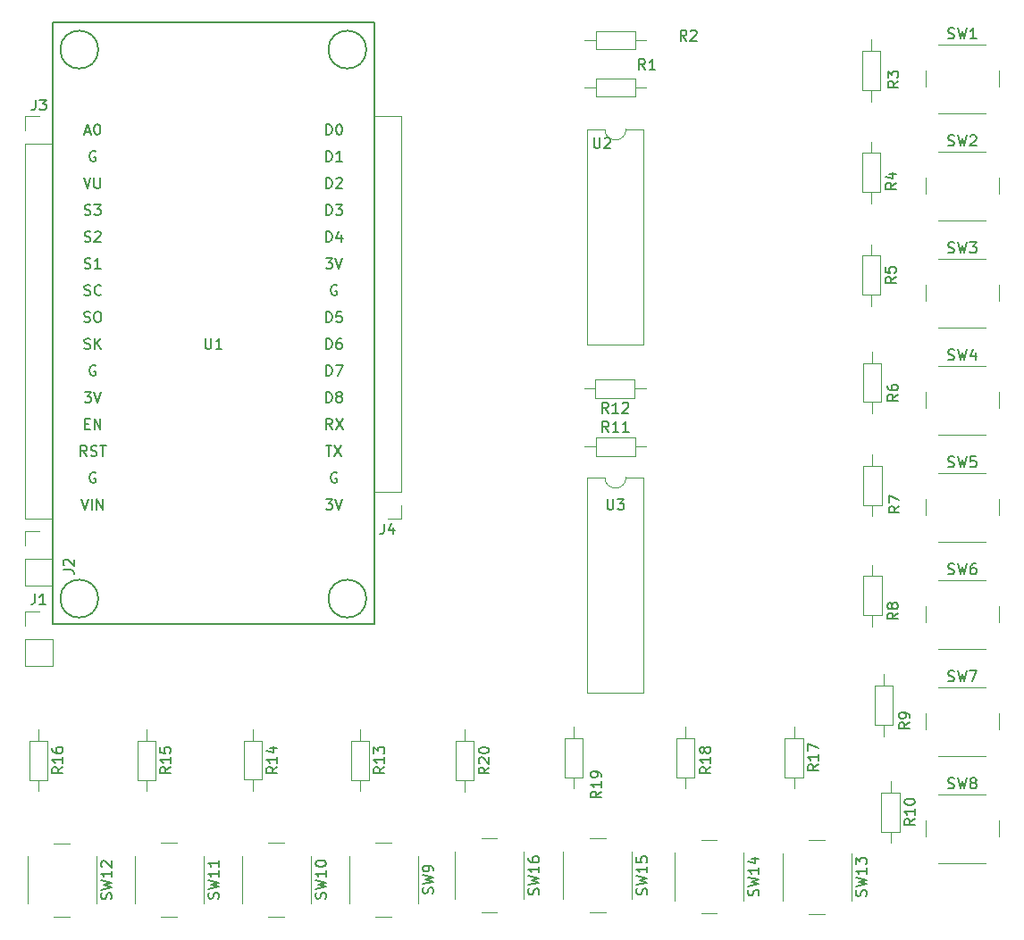
<source format=gbr>
%TF.GenerationSoftware,KiCad,Pcbnew,4.0.5+dfsg1-4*%
%TF.CreationDate,2018-11-05T17:45:36-05:00*%
%TF.ProjectId,ControlUnitInput,436F6E74726F6C556E6974496E707574,rev?*%
%TF.FileFunction,Legend,Top*%
%FSLAX46Y46*%
G04 Gerber Fmt 4.6, Leading zero omitted, Abs format (unit mm)*
G04 Created by KiCad (PCBNEW 4.0.5+dfsg1-4) date Mon Nov  5 17:45:36 2018*
%MOMM*%
%LPD*%
G01*
G04 APERTURE LIST*
%ADD10C,0.100000*%
%ADD11C,0.120000*%
%ADD12C,0.150000*%
G04 APERTURE END LIST*
D10*
D11*
X13910000Y-67370000D02*
X16570000Y-67370000D01*
X13910000Y-64770000D02*
X13910000Y-67370000D01*
X16570000Y-64770000D02*
X16570000Y-67370000D01*
X13910000Y-64770000D02*
X16570000Y-64770000D01*
X13910000Y-63500000D02*
X13910000Y-62170000D01*
X13910000Y-62170000D02*
X15240000Y-62170000D01*
X71710000Y-20976800D02*
X71710000Y-19256800D01*
X71710000Y-19256800D02*
X67990000Y-19256800D01*
X67990000Y-19256800D02*
X67990000Y-20976800D01*
X67990000Y-20976800D02*
X71710000Y-20976800D01*
X72780000Y-20116800D02*
X71710000Y-20116800D01*
X66920000Y-20116800D02*
X67990000Y-20116800D01*
X67990000Y-14735600D02*
X67990000Y-16455600D01*
X67990000Y-16455600D02*
X71710000Y-16455600D01*
X71710000Y-16455600D02*
X71710000Y-14735600D01*
X71710000Y-14735600D02*
X67990000Y-14735600D01*
X66920000Y-15595600D02*
X67990000Y-15595600D01*
X72780000Y-15595600D02*
X71710000Y-15595600D01*
X94967000Y-16631200D02*
X93247000Y-16631200D01*
X93247000Y-16631200D02*
X93247000Y-20351200D01*
X93247000Y-20351200D02*
X94967000Y-20351200D01*
X94967000Y-20351200D02*
X94967000Y-16631200D01*
X94107000Y-15561200D02*
X94107000Y-16631200D01*
X94107000Y-21421200D02*
X94107000Y-20351200D01*
X94967000Y-26308600D02*
X93247000Y-26308600D01*
X93247000Y-26308600D02*
X93247000Y-30028600D01*
X93247000Y-30028600D02*
X94967000Y-30028600D01*
X94967000Y-30028600D02*
X94967000Y-26308600D01*
X94107000Y-25238600D02*
X94107000Y-26308600D01*
X94107000Y-31098600D02*
X94107000Y-30028600D01*
X94967000Y-36036800D02*
X93247000Y-36036800D01*
X93247000Y-36036800D02*
X93247000Y-39756800D01*
X93247000Y-39756800D02*
X94967000Y-39756800D01*
X94967000Y-39756800D02*
X94967000Y-36036800D01*
X94107000Y-34966800D02*
X94107000Y-36036800D01*
X94107000Y-40826800D02*
X94107000Y-39756800D01*
X95017800Y-46222200D02*
X93297800Y-46222200D01*
X93297800Y-46222200D02*
X93297800Y-49942200D01*
X93297800Y-49942200D02*
X95017800Y-49942200D01*
X95017800Y-49942200D02*
X95017800Y-46222200D01*
X94157800Y-45152200D02*
X94157800Y-46222200D01*
X94157800Y-51012200D02*
X94157800Y-49942200D01*
X95068600Y-55975800D02*
X93348600Y-55975800D01*
X93348600Y-55975800D02*
X93348600Y-59695800D01*
X93348600Y-59695800D02*
X95068600Y-59695800D01*
X95068600Y-59695800D02*
X95068600Y-55975800D01*
X94208600Y-54905800D02*
X94208600Y-55975800D01*
X94208600Y-60765800D02*
X94208600Y-59695800D01*
X95068600Y-66440600D02*
X93348600Y-66440600D01*
X93348600Y-66440600D02*
X93348600Y-70160600D01*
X93348600Y-70160600D02*
X95068600Y-70160600D01*
X95068600Y-70160600D02*
X95068600Y-66440600D01*
X94208600Y-65370600D02*
X94208600Y-66440600D01*
X94208600Y-71230600D02*
X94208600Y-70160600D01*
X96160800Y-76829200D02*
X94440800Y-76829200D01*
X94440800Y-76829200D02*
X94440800Y-80549200D01*
X94440800Y-80549200D02*
X96160800Y-80549200D01*
X96160800Y-80549200D02*
X96160800Y-76829200D01*
X95300800Y-75759200D02*
X95300800Y-76829200D01*
X95300800Y-81619200D02*
X95300800Y-80549200D01*
X96770400Y-86963800D02*
X95050400Y-86963800D01*
X95050400Y-86963800D02*
X95050400Y-90683800D01*
X95050400Y-90683800D02*
X96770400Y-90683800D01*
X96770400Y-90683800D02*
X96770400Y-86963800D01*
X95910400Y-85893800D02*
X95910400Y-86963800D01*
X95910400Y-91753800D02*
X95910400Y-90683800D01*
X67990000Y-53318200D02*
X67990000Y-55038200D01*
X67990000Y-55038200D02*
X71710000Y-55038200D01*
X71710000Y-55038200D02*
X71710000Y-53318200D01*
X71710000Y-53318200D02*
X67990000Y-53318200D01*
X66920000Y-54178200D02*
X67990000Y-54178200D01*
X72780000Y-54178200D02*
X71710000Y-54178200D01*
X71684600Y-49526400D02*
X71684600Y-47806400D01*
X71684600Y-47806400D02*
X67964600Y-47806400D01*
X67964600Y-47806400D02*
X67964600Y-49526400D01*
X67964600Y-49526400D02*
X71684600Y-49526400D01*
X72754600Y-48666400D02*
X71684600Y-48666400D01*
X66894600Y-48666400D02*
X67964600Y-48666400D01*
X46503800Y-82061600D02*
X44783800Y-82061600D01*
X44783800Y-82061600D02*
X44783800Y-85781600D01*
X44783800Y-85781600D02*
X46503800Y-85781600D01*
X46503800Y-85781600D02*
X46503800Y-82061600D01*
X45643800Y-80991600D02*
X45643800Y-82061600D01*
X45643800Y-86851600D02*
X45643800Y-85781600D01*
X36343800Y-82036200D02*
X34623800Y-82036200D01*
X34623800Y-82036200D02*
X34623800Y-85756200D01*
X34623800Y-85756200D02*
X36343800Y-85756200D01*
X36343800Y-85756200D02*
X36343800Y-82036200D01*
X35483800Y-80966200D02*
X35483800Y-82036200D01*
X35483800Y-86826200D02*
X35483800Y-85756200D01*
X26260000Y-82061600D02*
X24540000Y-82061600D01*
X24540000Y-82061600D02*
X24540000Y-85781600D01*
X24540000Y-85781600D02*
X26260000Y-85781600D01*
X26260000Y-85781600D02*
X26260000Y-82061600D01*
X25400000Y-80991600D02*
X25400000Y-82061600D01*
X25400000Y-86851600D02*
X25400000Y-85781600D01*
X16023800Y-82061600D02*
X14303800Y-82061600D01*
X14303800Y-82061600D02*
X14303800Y-85781600D01*
X14303800Y-85781600D02*
X16023800Y-85781600D01*
X16023800Y-85781600D02*
X16023800Y-82061600D01*
X15163800Y-80991600D02*
X15163800Y-82061600D01*
X15163800Y-86851600D02*
X15163800Y-85781600D01*
X87626400Y-81807600D02*
X85906400Y-81807600D01*
X85906400Y-81807600D02*
X85906400Y-85527600D01*
X85906400Y-85527600D02*
X87626400Y-85527600D01*
X87626400Y-85527600D02*
X87626400Y-81807600D01*
X86766400Y-80737600D02*
X86766400Y-81807600D01*
X86766400Y-86597600D02*
X86766400Y-85527600D01*
X77314000Y-81807600D02*
X75594000Y-81807600D01*
X75594000Y-81807600D02*
X75594000Y-85527600D01*
X75594000Y-85527600D02*
X77314000Y-85527600D01*
X77314000Y-85527600D02*
X77314000Y-81807600D01*
X76454000Y-80737600D02*
X76454000Y-81807600D01*
X76454000Y-86597600D02*
X76454000Y-85527600D01*
X66773000Y-81807600D02*
X65053000Y-81807600D01*
X65053000Y-81807600D02*
X65053000Y-85527600D01*
X65053000Y-85527600D02*
X66773000Y-85527600D01*
X66773000Y-85527600D02*
X66773000Y-81807600D01*
X65913000Y-80737600D02*
X65913000Y-81807600D01*
X65913000Y-86597600D02*
X65913000Y-85527600D01*
X56435200Y-82087000D02*
X54715200Y-82087000D01*
X54715200Y-82087000D02*
X54715200Y-85807000D01*
X54715200Y-85807000D02*
X56435200Y-85807000D01*
X56435200Y-85807000D02*
X56435200Y-82087000D01*
X55575200Y-81017000D02*
X55575200Y-82087000D01*
X55575200Y-86877000D02*
X55575200Y-85807000D01*
X100466400Y-22518000D02*
X104966400Y-22518000D01*
X99216400Y-18518000D02*
X99216400Y-20018000D01*
X104966400Y-16018000D02*
X100466400Y-16018000D01*
X106216400Y-20018000D02*
X106216400Y-18518000D01*
X100466400Y-32678000D02*
X104966400Y-32678000D01*
X99216400Y-28678000D02*
X99216400Y-30178000D01*
X104966400Y-26178000D02*
X100466400Y-26178000D01*
X106216400Y-30178000D02*
X106216400Y-28678000D01*
X100466400Y-42838000D02*
X104966400Y-42838000D01*
X99216400Y-38838000D02*
X99216400Y-40338000D01*
X104966400Y-36338000D02*
X100466400Y-36338000D01*
X106216400Y-40338000D02*
X106216400Y-38838000D01*
X100466400Y-52998000D02*
X104966400Y-52998000D01*
X99216400Y-48998000D02*
X99216400Y-50498000D01*
X104966400Y-46498000D02*
X100466400Y-46498000D01*
X106216400Y-50498000D02*
X106216400Y-48998000D01*
X100466400Y-63158000D02*
X104966400Y-63158000D01*
X99216400Y-59158000D02*
X99216400Y-60658000D01*
X104966400Y-56658000D02*
X100466400Y-56658000D01*
X106216400Y-60658000D02*
X106216400Y-59158000D01*
X100466400Y-73318000D02*
X104966400Y-73318000D01*
X99216400Y-69318000D02*
X99216400Y-70818000D01*
X104966400Y-66818000D02*
X100466400Y-66818000D01*
X106216400Y-70818000D02*
X106216400Y-69318000D01*
X100466400Y-83478000D02*
X104966400Y-83478000D01*
X99216400Y-79478000D02*
X99216400Y-80978000D01*
X104966400Y-76978000D02*
X100466400Y-76978000D01*
X106216400Y-80978000D02*
X106216400Y-79478000D01*
X100466400Y-93638000D02*
X104966400Y-93638000D01*
X99216400Y-89638000D02*
X99216400Y-91138000D01*
X104966400Y-87138000D02*
X100466400Y-87138000D01*
X106216400Y-91138000D02*
X106216400Y-89638000D01*
X44639600Y-92973400D02*
X44639600Y-97473400D01*
X48639600Y-91723400D02*
X47139600Y-91723400D01*
X51139600Y-97473400D02*
X51139600Y-92973400D01*
X47139600Y-98723400D02*
X48639600Y-98723400D01*
X34479600Y-92973400D02*
X34479600Y-97473400D01*
X38479600Y-91723400D02*
X36979600Y-91723400D01*
X40979600Y-97473400D02*
X40979600Y-92973400D01*
X36979600Y-98723400D02*
X38479600Y-98723400D01*
X24319600Y-92973400D02*
X24319600Y-97473400D01*
X28319600Y-91723400D02*
X26819600Y-91723400D01*
X30819600Y-97473400D02*
X30819600Y-92973400D01*
X26819600Y-98723400D02*
X28319600Y-98723400D01*
X14159600Y-93024200D02*
X14159600Y-97524200D01*
X18159600Y-91774200D02*
X16659600Y-91774200D01*
X20659600Y-97524200D02*
X20659600Y-93024200D01*
X16659600Y-98774200D02*
X18159600Y-98774200D01*
X85686000Y-92719400D02*
X85686000Y-97219400D01*
X89686000Y-91469400D02*
X88186000Y-91469400D01*
X92186000Y-97219400D02*
X92186000Y-92719400D01*
X88186000Y-98469400D02*
X89686000Y-98469400D01*
X75475200Y-92694000D02*
X75475200Y-97194000D01*
X79475200Y-91444000D02*
X77975200Y-91444000D01*
X81975200Y-97194000D02*
X81975200Y-92694000D01*
X77975200Y-98444000D02*
X79475200Y-98444000D01*
X64908800Y-92592400D02*
X64908800Y-97092400D01*
X68908800Y-91342400D02*
X67408800Y-91342400D01*
X71408800Y-97092400D02*
X71408800Y-92592400D01*
X67408800Y-98342400D02*
X68908800Y-98342400D01*
X54647200Y-92592400D02*
X54647200Y-97092400D01*
X58647200Y-91342400D02*
X57147200Y-91342400D01*
X61147200Y-97092400D02*
X61147200Y-92592400D01*
X57147200Y-98342400D02*
X58647200Y-98342400D01*
D12*
X46246051Y-68580000D02*
G75*
G03X46246051Y-68580000I-1796051J0D01*
G01*
X20846051Y-68580000D02*
G75*
G03X20846051Y-68580000I-1796051J0D01*
G01*
X20846051Y-16510000D02*
G75*
G03X20846051Y-16510000I-1796051J0D01*
G01*
X46246051Y-16510000D02*
G75*
G03X46246051Y-16510000I-1796051J0D01*
G01*
X47000000Y-13950000D02*
X17000000Y-13950000D01*
X17000000Y-13950000D02*
X16500000Y-13950000D01*
X16500000Y-13950000D02*
X16500000Y-70950000D01*
X16500000Y-70950000D02*
X47000000Y-70950000D01*
X47000000Y-70950000D02*
X47000000Y-13950000D01*
D11*
X70850000Y-24070000D02*
G75*
G02X68850000Y-24070000I-1000000J0D01*
G01*
X68850000Y-24070000D02*
X67200000Y-24070000D01*
X67200000Y-24070000D02*
X67200000Y-44510000D01*
X67200000Y-44510000D02*
X72500000Y-44510000D01*
X72500000Y-44510000D02*
X72500000Y-24070000D01*
X72500000Y-24070000D02*
X70850000Y-24070000D01*
X70850000Y-57090000D02*
G75*
G02X68850000Y-57090000I-1000000J0D01*
G01*
X68850000Y-57090000D02*
X67200000Y-57090000D01*
X67200000Y-57090000D02*
X67200000Y-77530000D01*
X67200000Y-77530000D02*
X72500000Y-77530000D01*
X72500000Y-77530000D02*
X72500000Y-57090000D01*
X72500000Y-57090000D02*
X70850000Y-57090000D01*
X13910000Y-61020000D02*
X16570000Y-61020000D01*
X13910000Y-25400000D02*
X13910000Y-61020000D01*
X16570000Y-25400000D02*
X16570000Y-61020000D01*
X13910000Y-25400000D02*
X16570000Y-25400000D01*
X13910000Y-24130000D02*
X13910000Y-22800000D01*
X13910000Y-22800000D02*
X15240000Y-22800000D01*
X49590000Y-22800000D02*
X46930000Y-22800000D01*
X49590000Y-58420000D02*
X49590000Y-22800000D01*
X46930000Y-58420000D02*
X46930000Y-22800000D01*
X49590000Y-58420000D02*
X46930000Y-58420000D01*
X49590000Y-59690000D02*
X49590000Y-61020000D01*
X49590000Y-61020000D02*
X48260000Y-61020000D01*
X13910000Y-74990000D02*
X16570000Y-74990000D01*
X13910000Y-72390000D02*
X13910000Y-74990000D01*
X16570000Y-72390000D02*
X16570000Y-74990000D01*
X13910000Y-72390000D02*
X16570000Y-72390000D01*
X13910000Y-71120000D02*
X13910000Y-69790000D01*
X13910000Y-69790000D02*
X15240000Y-69790000D01*
D12*
X17539721Y-65852633D02*
X18254007Y-65852633D01*
X18396864Y-65900253D01*
X18492102Y-65995491D01*
X18539721Y-66138348D01*
X18539721Y-66233586D01*
X17634959Y-65424062D02*
X17587340Y-65376443D01*
X17539721Y-65281205D01*
X17539721Y-65043109D01*
X17587340Y-64947871D01*
X17634959Y-64900252D01*
X17730197Y-64852633D01*
X17825435Y-64852633D01*
X17968292Y-64900252D01*
X18539721Y-65471681D01*
X18539721Y-64852633D01*
X72672914Y-18417801D02*
X72339580Y-17941610D01*
X72101485Y-18417801D02*
X72101485Y-17417801D01*
X72482438Y-17417801D01*
X72577676Y-17465420D01*
X72625295Y-17513039D01*
X72672914Y-17608277D01*
X72672914Y-17751134D01*
X72625295Y-17846372D01*
X72577676Y-17893991D01*
X72482438Y-17941610D01*
X72101485Y-17941610D01*
X73625295Y-18417801D02*
X73053866Y-18417801D01*
X73339580Y-18417801D02*
X73339580Y-17417801D01*
X73244342Y-17560658D01*
X73149104Y-17655896D01*
X73053866Y-17703515D01*
X76592134Y-15666981D02*
X76258800Y-15190790D01*
X76020705Y-15666981D02*
X76020705Y-14666981D01*
X76401658Y-14666981D01*
X76496896Y-14714600D01*
X76544515Y-14762219D01*
X76592134Y-14857457D01*
X76592134Y-15000314D01*
X76544515Y-15095552D01*
X76496896Y-15143171D01*
X76401658Y-15190790D01*
X76020705Y-15190790D01*
X76973086Y-14762219D02*
X77020705Y-14714600D01*
X77115943Y-14666981D01*
X77354039Y-14666981D01*
X77449277Y-14714600D01*
X77496896Y-14762219D01*
X77544515Y-14857457D01*
X77544515Y-14952695D01*
X77496896Y-15095552D01*
X76925467Y-15666981D01*
X77544515Y-15666981D01*
X96667581Y-19496066D02*
X96191390Y-19829400D01*
X96667581Y-20067495D02*
X95667581Y-20067495D01*
X95667581Y-19686542D01*
X95715200Y-19591304D01*
X95762819Y-19543685D01*
X95858057Y-19496066D01*
X96000914Y-19496066D01*
X96096152Y-19543685D01*
X96143771Y-19591304D01*
X96191390Y-19686542D01*
X96191390Y-20067495D01*
X95667581Y-19162733D02*
X95667581Y-18543685D01*
X96048533Y-18877019D01*
X96048533Y-18734161D01*
X96096152Y-18638923D01*
X96143771Y-18591304D01*
X96239010Y-18543685D01*
X96477105Y-18543685D01*
X96572343Y-18591304D01*
X96619962Y-18638923D01*
X96667581Y-18734161D01*
X96667581Y-19019876D01*
X96619962Y-19115114D01*
X96572343Y-19162733D01*
X96464381Y-29148066D02*
X95988190Y-29481400D01*
X96464381Y-29719495D02*
X95464381Y-29719495D01*
X95464381Y-29338542D01*
X95512000Y-29243304D01*
X95559619Y-29195685D01*
X95654857Y-29148066D01*
X95797714Y-29148066D01*
X95892952Y-29195685D01*
X95940571Y-29243304D01*
X95988190Y-29338542D01*
X95988190Y-29719495D01*
X95797714Y-28290923D02*
X96464381Y-28290923D01*
X95416762Y-28529019D02*
X96131048Y-28767114D01*
X96131048Y-28148066D01*
X96419381Y-38063466D02*
X95943190Y-38396800D01*
X96419381Y-38634895D02*
X95419381Y-38634895D01*
X95419381Y-38253942D01*
X95467000Y-38158704D01*
X95514619Y-38111085D01*
X95609857Y-38063466D01*
X95752714Y-38063466D01*
X95847952Y-38111085D01*
X95895571Y-38158704D01*
X95943190Y-38253942D01*
X95943190Y-38634895D01*
X95419381Y-37158704D02*
X95419381Y-37634895D01*
X95895571Y-37682514D01*
X95847952Y-37634895D01*
X95800333Y-37539657D01*
X95800333Y-37301561D01*
X95847952Y-37206323D01*
X95895571Y-37158704D01*
X95990810Y-37111085D01*
X96228905Y-37111085D01*
X96324143Y-37158704D01*
X96371762Y-37206323D01*
X96419381Y-37301561D01*
X96419381Y-37539657D01*
X96371762Y-37634895D01*
X96324143Y-37682514D01*
X96616781Y-49214066D02*
X96140590Y-49547400D01*
X96616781Y-49785495D02*
X95616781Y-49785495D01*
X95616781Y-49404542D01*
X95664400Y-49309304D01*
X95712019Y-49261685D01*
X95807257Y-49214066D01*
X95950114Y-49214066D01*
X96045352Y-49261685D01*
X96092971Y-49309304D01*
X96140590Y-49404542D01*
X96140590Y-49785495D01*
X95616781Y-48356923D02*
X95616781Y-48547400D01*
X95664400Y-48642638D01*
X95712019Y-48690257D01*
X95854876Y-48785495D01*
X96045352Y-48833114D01*
X96426305Y-48833114D01*
X96521543Y-48785495D01*
X96569162Y-48737876D01*
X96616781Y-48642638D01*
X96616781Y-48452161D01*
X96569162Y-48356923D01*
X96521543Y-48309304D01*
X96426305Y-48261685D01*
X96188210Y-48261685D01*
X96092971Y-48309304D01*
X96045352Y-48356923D01*
X95997733Y-48452161D01*
X95997733Y-48642638D01*
X96045352Y-48737876D01*
X96092971Y-48785495D01*
X96188210Y-48833114D01*
X96743781Y-59831266D02*
X96267590Y-60164600D01*
X96743781Y-60402695D02*
X95743781Y-60402695D01*
X95743781Y-60021742D01*
X95791400Y-59926504D01*
X95839019Y-59878885D01*
X95934257Y-59831266D01*
X96077114Y-59831266D01*
X96172352Y-59878885D01*
X96219971Y-59926504D01*
X96267590Y-60021742D01*
X96267590Y-60402695D01*
X95743781Y-59497933D02*
X95743781Y-58831266D01*
X96743781Y-59259838D01*
X96616781Y-69940466D02*
X96140590Y-70273800D01*
X96616781Y-70511895D02*
X95616781Y-70511895D01*
X95616781Y-70130942D01*
X95664400Y-70035704D01*
X95712019Y-69988085D01*
X95807257Y-69940466D01*
X95950114Y-69940466D01*
X96045352Y-69988085D01*
X96092971Y-70035704D01*
X96140590Y-70130942D01*
X96140590Y-70511895D01*
X96045352Y-69369038D02*
X95997733Y-69464276D01*
X95950114Y-69511895D01*
X95854876Y-69559514D01*
X95807257Y-69559514D01*
X95712019Y-69511895D01*
X95664400Y-69464276D01*
X95616781Y-69369038D01*
X95616781Y-69178561D01*
X95664400Y-69083323D01*
X95712019Y-69035704D01*
X95807257Y-68988085D01*
X95854876Y-68988085D01*
X95950114Y-69035704D01*
X95997733Y-69083323D01*
X96045352Y-69178561D01*
X96045352Y-69369038D01*
X96092971Y-69464276D01*
X96140590Y-69511895D01*
X96235829Y-69559514D01*
X96426305Y-69559514D01*
X96521543Y-69511895D01*
X96569162Y-69464276D01*
X96616781Y-69369038D01*
X96616781Y-69178561D01*
X96569162Y-69083323D01*
X96521543Y-69035704D01*
X96426305Y-68988085D01*
X96235829Y-68988085D01*
X96140590Y-69035704D01*
X96092971Y-69083323D01*
X96045352Y-69178561D01*
X97734381Y-80329066D02*
X97258190Y-80662400D01*
X97734381Y-80900495D02*
X96734381Y-80900495D01*
X96734381Y-80519542D01*
X96782000Y-80424304D01*
X96829619Y-80376685D01*
X96924857Y-80329066D01*
X97067714Y-80329066D01*
X97162952Y-80376685D01*
X97210571Y-80424304D01*
X97258190Y-80519542D01*
X97258190Y-80900495D01*
X97734381Y-79852876D02*
X97734381Y-79662400D01*
X97686762Y-79567161D01*
X97639143Y-79519542D01*
X97496286Y-79424304D01*
X97305810Y-79376685D01*
X96924857Y-79376685D01*
X96829619Y-79424304D01*
X96782000Y-79471923D01*
X96734381Y-79567161D01*
X96734381Y-79757638D01*
X96782000Y-79852876D01*
X96829619Y-79900495D01*
X96924857Y-79948114D01*
X97162952Y-79948114D01*
X97258190Y-79900495D01*
X97305810Y-79852876D01*
X97353429Y-79757638D01*
X97353429Y-79567161D01*
X97305810Y-79471923D01*
X97258190Y-79424304D01*
X97162952Y-79376685D01*
X98222781Y-89466657D02*
X97746590Y-89799991D01*
X98222781Y-90038086D02*
X97222781Y-90038086D01*
X97222781Y-89657133D01*
X97270400Y-89561895D01*
X97318019Y-89514276D01*
X97413257Y-89466657D01*
X97556114Y-89466657D01*
X97651352Y-89514276D01*
X97698971Y-89561895D01*
X97746590Y-89657133D01*
X97746590Y-90038086D01*
X98222781Y-88514276D02*
X98222781Y-89085705D01*
X98222781Y-88799991D02*
X97222781Y-88799991D01*
X97365638Y-88895229D01*
X97460876Y-88990467D01*
X97508495Y-89085705D01*
X97222781Y-87895229D02*
X97222781Y-87799990D01*
X97270400Y-87704752D01*
X97318019Y-87657133D01*
X97413257Y-87609514D01*
X97603733Y-87561895D01*
X97841829Y-87561895D01*
X98032305Y-87609514D01*
X98127543Y-87657133D01*
X98175162Y-87704752D01*
X98222781Y-87799990D01*
X98222781Y-87895229D01*
X98175162Y-87990467D01*
X98127543Y-88038086D01*
X98032305Y-88085705D01*
X97841829Y-88133324D01*
X97603733Y-88133324D01*
X97413257Y-88085705D01*
X97318019Y-88038086D01*
X97270400Y-87990467D01*
X97222781Y-87895229D01*
X69207143Y-52770581D02*
X68873809Y-52294390D01*
X68635714Y-52770581D02*
X68635714Y-51770581D01*
X69016667Y-51770581D01*
X69111905Y-51818200D01*
X69159524Y-51865819D01*
X69207143Y-51961057D01*
X69207143Y-52103914D01*
X69159524Y-52199152D01*
X69111905Y-52246771D01*
X69016667Y-52294390D01*
X68635714Y-52294390D01*
X70159524Y-52770581D02*
X69588095Y-52770581D01*
X69873809Y-52770581D02*
X69873809Y-51770581D01*
X69778571Y-51913438D01*
X69683333Y-52008676D01*
X69588095Y-52056295D01*
X71111905Y-52770581D02*
X70540476Y-52770581D01*
X70826190Y-52770581D02*
X70826190Y-51770581D01*
X70730952Y-51913438D01*
X70635714Y-52008676D01*
X70540476Y-52056295D01*
X69181743Y-50978781D02*
X68848409Y-50502590D01*
X68610314Y-50978781D02*
X68610314Y-49978781D01*
X68991267Y-49978781D01*
X69086505Y-50026400D01*
X69134124Y-50074019D01*
X69181743Y-50169257D01*
X69181743Y-50312114D01*
X69134124Y-50407352D01*
X69086505Y-50454971D01*
X68991267Y-50502590D01*
X68610314Y-50502590D01*
X70134124Y-50978781D02*
X69562695Y-50978781D01*
X69848409Y-50978781D02*
X69848409Y-49978781D01*
X69753171Y-50121638D01*
X69657933Y-50216876D01*
X69562695Y-50264495D01*
X70515076Y-50074019D02*
X70562695Y-50026400D01*
X70657933Y-49978781D01*
X70896029Y-49978781D01*
X70991267Y-50026400D01*
X71038886Y-50074019D01*
X71086505Y-50169257D01*
X71086505Y-50264495D01*
X71038886Y-50407352D01*
X70467457Y-50978781D01*
X71086505Y-50978781D01*
X47956181Y-84564457D02*
X47479990Y-84897791D01*
X47956181Y-85135886D02*
X46956181Y-85135886D01*
X46956181Y-84754933D01*
X47003800Y-84659695D01*
X47051419Y-84612076D01*
X47146657Y-84564457D01*
X47289514Y-84564457D01*
X47384752Y-84612076D01*
X47432371Y-84659695D01*
X47479990Y-84754933D01*
X47479990Y-85135886D01*
X47956181Y-83612076D02*
X47956181Y-84183505D01*
X47956181Y-83897791D02*
X46956181Y-83897791D01*
X47099038Y-83993029D01*
X47194276Y-84088267D01*
X47241895Y-84183505D01*
X46956181Y-83278743D02*
X46956181Y-82659695D01*
X47337133Y-82993029D01*
X47337133Y-82850171D01*
X47384752Y-82754933D01*
X47432371Y-82707314D01*
X47527610Y-82659695D01*
X47765705Y-82659695D01*
X47860943Y-82707314D01*
X47908562Y-82754933D01*
X47956181Y-82850171D01*
X47956181Y-83135886D01*
X47908562Y-83231124D01*
X47860943Y-83278743D01*
X37796181Y-84539057D02*
X37319990Y-84872391D01*
X37796181Y-85110486D02*
X36796181Y-85110486D01*
X36796181Y-84729533D01*
X36843800Y-84634295D01*
X36891419Y-84586676D01*
X36986657Y-84539057D01*
X37129514Y-84539057D01*
X37224752Y-84586676D01*
X37272371Y-84634295D01*
X37319990Y-84729533D01*
X37319990Y-85110486D01*
X37796181Y-83586676D02*
X37796181Y-84158105D01*
X37796181Y-83872391D02*
X36796181Y-83872391D01*
X36939038Y-83967629D01*
X37034276Y-84062867D01*
X37081895Y-84158105D01*
X37129514Y-82729533D02*
X37796181Y-82729533D01*
X36748562Y-82967629D02*
X37462848Y-83205724D01*
X37462848Y-82586676D01*
X27712381Y-84564457D02*
X27236190Y-84897791D01*
X27712381Y-85135886D02*
X26712381Y-85135886D01*
X26712381Y-84754933D01*
X26760000Y-84659695D01*
X26807619Y-84612076D01*
X26902857Y-84564457D01*
X27045714Y-84564457D01*
X27140952Y-84612076D01*
X27188571Y-84659695D01*
X27236190Y-84754933D01*
X27236190Y-85135886D01*
X27712381Y-83612076D02*
X27712381Y-84183505D01*
X27712381Y-83897791D02*
X26712381Y-83897791D01*
X26855238Y-83993029D01*
X26950476Y-84088267D01*
X26998095Y-84183505D01*
X26712381Y-82707314D02*
X26712381Y-83183505D01*
X27188571Y-83231124D01*
X27140952Y-83183505D01*
X27093333Y-83088267D01*
X27093333Y-82850171D01*
X27140952Y-82754933D01*
X27188571Y-82707314D01*
X27283810Y-82659695D01*
X27521905Y-82659695D01*
X27617143Y-82707314D01*
X27664762Y-82754933D01*
X27712381Y-82850171D01*
X27712381Y-83088267D01*
X27664762Y-83183505D01*
X27617143Y-83231124D01*
X17476181Y-84564457D02*
X16999990Y-84897791D01*
X17476181Y-85135886D02*
X16476181Y-85135886D01*
X16476181Y-84754933D01*
X16523800Y-84659695D01*
X16571419Y-84612076D01*
X16666657Y-84564457D01*
X16809514Y-84564457D01*
X16904752Y-84612076D01*
X16952371Y-84659695D01*
X16999990Y-84754933D01*
X16999990Y-85135886D01*
X17476181Y-83612076D02*
X17476181Y-84183505D01*
X17476181Y-83897791D02*
X16476181Y-83897791D01*
X16619038Y-83993029D01*
X16714276Y-84088267D01*
X16761895Y-84183505D01*
X16476181Y-82754933D02*
X16476181Y-82945410D01*
X16523800Y-83040648D01*
X16571419Y-83088267D01*
X16714276Y-83183505D01*
X16904752Y-83231124D01*
X17285705Y-83231124D01*
X17380943Y-83183505D01*
X17428562Y-83135886D01*
X17476181Y-83040648D01*
X17476181Y-82850171D01*
X17428562Y-82754933D01*
X17380943Y-82707314D01*
X17285705Y-82659695D01*
X17047610Y-82659695D01*
X16952371Y-82707314D01*
X16904752Y-82754933D01*
X16857133Y-82850171D01*
X16857133Y-83040648D01*
X16904752Y-83135886D01*
X16952371Y-83183505D01*
X17047610Y-83231124D01*
X89078781Y-84310457D02*
X88602590Y-84643791D01*
X89078781Y-84881886D02*
X88078781Y-84881886D01*
X88078781Y-84500933D01*
X88126400Y-84405695D01*
X88174019Y-84358076D01*
X88269257Y-84310457D01*
X88412114Y-84310457D01*
X88507352Y-84358076D01*
X88554971Y-84405695D01*
X88602590Y-84500933D01*
X88602590Y-84881886D01*
X89078781Y-83358076D02*
X89078781Y-83929505D01*
X89078781Y-83643791D02*
X88078781Y-83643791D01*
X88221638Y-83739029D01*
X88316876Y-83834267D01*
X88364495Y-83929505D01*
X88078781Y-83024743D02*
X88078781Y-82358076D01*
X89078781Y-82786648D01*
X78862181Y-84564457D02*
X78385990Y-84897791D01*
X78862181Y-85135886D02*
X77862181Y-85135886D01*
X77862181Y-84754933D01*
X77909800Y-84659695D01*
X77957419Y-84612076D01*
X78052657Y-84564457D01*
X78195514Y-84564457D01*
X78290752Y-84612076D01*
X78338371Y-84659695D01*
X78385990Y-84754933D01*
X78385990Y-85135886D01*
X78862181Y-83612076D02*
X78862181Y-84183505D01*
X78862181Y-83897791D02*
X77862181Y-83897791D01*
X78005038Y-83993029D01*
X78100276Y-84088267D01*
X78147895Y-84183505D01*
X78290752Y-83040648D02*
X78243133Y-83135886D01*
X78195514Y-83183505D01*
X78100276Y-83231124D01*
X78052657Y-83231124D01*
X77957419Y-83183505D01*
X77909800Y-83135886D01*
X77862181Y-83040648D01*
X77862181Y-82850171D01*
X77909800Y-82754933D01*
X77957419Y-82707314D01*
X78052657Y-82659695D01*
X78100276Y-82659695D01*
X78195514Y-82707314D01*
X78243133Y-82754933D01*
X78290752Y-82850171D01*
X78290752Y-83040648D01*
X78338371Y-83135886D01*
X78385990Y-83183505D01*
X78481229Y-83231124D01*
X78671705Y-83231124D01*
X78766943Y-83183505D01*
X78814562Y-83135886D01*
X78862181Y-83040648D01*
X78862181Y-82850171D01*
X78814562Y-82754933D01*
X78766943Y-82707314D01*
X78671705Y-82659695D01*
X78481229Y-82659695D01*
X78385990Y-82707314D01*
X78338371Y-82754933D01*
X78290752Y-82850171D01*
X68524381Y-86875857D02*
X68048190Y-87209191D01*
X68524381Y-87447286D02*
X67524381Y-87447286D01*
X67524381Y-87066333D01*
X67572000Y-86971095D01*
X67619619Y-86923476D01*
X67714857Y-86875857D01*
X67857714Y-86875857D01*
X67952952Y-86923476D01*
X68000571Y-86971095D01*
X68048190Y-87066333D01*
X68048190Y-87447286D01*
X68524381Y-85923476D02*
X68524381Y-86494905D01*
X68524381Y-86209191D02*
X67524381Y-86209191D01*
X67667238Y-86304429D01*
X67762476Y-86399667D01*
X67810095Y-86494905D01*
X68524381Y-85447286D02*
X68524381Y-85256810D01*
X68476762Y-85161571D01*
X68429143Y-85113952D01*
X68286286Y-85018714D01*
X68095810Y-84971095D01*
X67714857Y-84971095D01*
X67619619Y-85018714D01*
X67572000Y-85066333D01*
X67524381Y-85161571D01*
X67524381Y-85352048D01*
X67572000Y-85447286D01*
X67619619Y-85494905D01*
X67714857Y-85542524D01*
X67952952Y-85542524D01*
X68048190Y-85494905D01*
X68095810Y-85447286D01*
X68143429Y-85352048D01*
X68143429Y-85161571D01*
X68095810Y-85066333D01*
X68048190Y-85018714D01*
X67952952Y-84971095D01*
X57887581Y-84589857D02*
X57411390Y-84923191D01*
X57887581Y-85161286D02*
X56887581Y-85161286D01*
X56887581Y-84780333D01*
X56935200Y-84685095D01*
X56982819Y-84637476D01*
X57078057Y-84589857D01*
X57220914Y-84589857D01*
X57316152Y-84637476D01*
X57363771Y-84685095D01*
X57411390Y-84780333D01*
X57411390Y-85161286D01*
X56982819Y-84208905D02*
X56935200Y-84161286D01*
X56887581Y-84066048D01*
X56887581Y-83827952D01*
X56935200Y-83732714D01*
X56982819Y-83685095D01*
X57078057Y-83637476D01*
X57173295Y-83637476D01*
X57316152Y-83685095D01*
X57887581Y-84256524D01*
X57887581Y-83637476D01*
X56887581Y-83018429D02*
X56887581Y-82923190D01*
X56935200Y-82827952D01*
X56982819Y-82780333D01*
X57078057Y-82732714D01*
X57268533Y-82685095D01*
X57506629Y-82685095D01*
X57697105Y-82732714D01*
X57792343Y-82780333D01*
X57839962Y-82827952D01*
X57887581Y-82923190D01*
X57887581Y-83018429D01*
X57839962Y-83113667D01*
X57792343Y-83161286D01*
X57697105Y-83208905D01*
X57506629Y-83256524D01*
X57268533Y-83256524D01*
X57078057Y-83208905D01*
X56982819Y-83161286D01*
X56935200Y-83113667D01*
X56887581Y-83018429D01*
X101383067Y-15422762D02*
X101525924Y-15470381D01*
X101764020Y-15470381D01*
X101859258Y-15422762D01*
X101906877Y-15375143D01*
X101954496Y-15279905D01*
X101954496Y-15184667D01*
X101906877Y-15089429D01*
X101859258Y-15041810D01*
X101764020Y-14994190D01*
X101573543Y-14946571D01*
X101478305Y-14898952D01*
X101430686Y-14851333D01*
X101383067Y-14756095D01*
X101383067Y-14660857D01*
X101430686Y-14565619D01*
X101478305Y-14518000D01*
X101573543Y-14470381D01*
X101811639Y-14470381D01*
X101954496Y-14518000D01*
X102287829Y-14470381D02*
X102525924Y-15470381D01*
X102716401Y-14756095D01*
X102906877Y-15470381D01*
X103144972Y-14470381D01*
X104049734Y-15470381D02*
X103478305Y-15470381D01*
X103764019Y-15470381D02*
X103764019Y-14470381D01*
X103668781Y-14613238D01*
X103573543Y-14708476D01*
X103478305Y-14756095D01*
X101383067Y-25582762D02*
X101525924Y-25630381D01*
X101764020Y-25630381D01*
X101859258Y-25582762D01*
X101906877Y-25535143D01*
X101954496Y-25439905D01*
X101954496Y-25344667D01*
X101906877Y-25249429D01*
X101859258Y-25201810D01*
X101764020Y-25154190D01*
X101573543Y-25106571D01*
X101478305Y-25058952D01*
X101430686Y-25011333D01*
X101383067Y-24916095D01*
X101383067Y-24820857D01*
X101430686Y-24725619D01*
X101478305Y-24678000D01*
X101573543Y-24630381D01*
X101811639Y-24630381D01*
X101954496Y-24678000D01*
X102287829Y-24630381D02*
X102525924Y-25630381D01*
X102716401Y-24916095D01*
X102906877Y-25630381D01*
X103144972Y-24630381D01*
X103478305Y-24725619D02*
X103525924Y-24678000D01*
X103621162Y-24630381D01*
X103859258Y-24630381D01*
X103954496Y-24678000D01*
X104002115Y-24725619D01*
X104049734Y-24820857D01*
X104049734Y-24916095D01*
X104002115Y-25058952D01*
X103430686Y-25630381D01*
X104049734Y-25630381D01*
X101383067Y-35742762D02*
X101525924Y-35790381D01*
X101764020Y-35790381D01*
X101859258Y-35742762D01*
X101906877Y-35695143D01*
X101954496Y-35599905D01*
X101954496Y-35504667D01*
X101906877Y-35409429D01*
X101859258Y-35361810D01*
X101764020Y-35314190D01*
X101573543Y-35266571D01*
X101478305Y-35218952D01*
X101430686Y-35171333D01*
X101383067Y-35076095D01*
X101383067Y-34980857D01*
X101430686Y-34885619D01*
X101478305Y-34838000D01*
X101573543Y-34790381D01*
X101811639Y-34790381D01*
X101954496Y-34838000D01*
X102287829Y-34790381D02*
X102525924Y-35790381D01*
X102716401Y-35076095D01*
X102906877Y-35790381D01*
X103144972Y-34790381D01*
X103430686Y-34790381D02*
X104049734Y-34790381D01*
X103716400Y-35171333D01*
X103859258Y-35171333D01*
X103954496Y-35218952D01*
X104002115Y-35266571D01*
X104049734Y-35361810D01*
X104049734Y-35599905D01*
X104002115Y-35695143D01*
X103954496Y-35742762D01*
X103859258Y-35790381D01*
X103573543Y-35790381D01*
X103478305Y-35742762D01*
X103430686Y-35695143D01*
X101383067Y-45902762D02*
X101525924Y-45950381D01*
X101764020Y-45950381D01*
X101859258Y-45902762D01*
X101906877Y-45855143D01*
X101954496Y-45759905D01*
X101954496Y-45664667D01*
X101906877Y-45569429D01*
X101859258Y-45521810D01*
X101764020Y-45474190D01*
X101573543Y-45426571D01*
X101478305Y-45378952D01*
X101430686Y-45331333D01*
X101383067Y-45236095D01*
X101383067Y-45140857D01*
X101430686Y-45045619D01*
X101478305Y-44998000D01*
X101573543Y-44950381D01*
X101811639Y-44950381D01*
X101954496Y-44998000D01*
X102287829Y-44950381D02*
X102525924Y-45950381D01*
X102716401Y-45236095D01*
X102906877Y-45950381D01*
X103144972Y-44950381D01*
X103954496Y-45283714D02*
X103954496Y-45950381D01*
X103716400Y-44902762D02*
X103478305Y-45617048D01*
X104097353Y-45617048D01*
X101383067Y-56062762D02*
X101525924Y-56110381D01*
X101764020Y-56110381D01*
X101859258Y-56062762D01*
X101906877Y-56015143D01*
X101954496Y-55919905D01*
X101954496Y-55824667D01*
X101906877Y-55729429D01*
X101859258Y-55681810D01*
X101764020Y-55634190D01*
X101573543Y-55586571D01*
X101478305Y-55538952D01*
X101430686Y-55491333D01*
X101383067Y-55396095D01*
X101383067Y-55300857D01*
X101430686Y-55205619D01*
X101478305Y-55158000D01*
X101573543Y-55110381D01*
X101811639Y-55110381D01*
X101954496Y-55158000D01*
X102287829Y-55110381D02*
X102525924Y-56110381D01*
X102716401Y-55396095D01*
X102906877Y-56110381D01*
X103144972Y-55110381D01*
X104002115Y-55110381D02*
X103525924Y-55110381D01*
X103478305Y-55586571D01*
X103525924Y-55538952D01*
X103621162Y-55491333D01*
X103859258Y-55491333D01*
X103954496Y-55538952D01*
X104002115Y-55586571D01*
X104049734Y-55681810D01*
X104049734Y-55919905D01*
X104002115Y-56015143D01*
X103954496Y-56062762D01*
X103859258Y-56110381D01*
X103621162Y-56110381D01*
X103525924Y-56062762D01*
X103478305Y-56015143D01*
X101383067Y-66222762D02*
X101525924Y-66270381D01*
X101764020Y-66270381D01*
X101859258Y-66222762D01*
X101906877Y-66175143D01*
X101954496Y-66079905D01*
X101954496Y-65984667D01*
X101906877Y-65889429D01*
X101859258Y-65841810D01*
X101764020Y-65794190D01*
X101573543Y-65746571D01*
X101478305Y-65698952D01*
X101430686Y-65651333D01*
X101383067Y-65556095D01*
X101383067Y-65460857D01*
X101430686Y-65365619D01*
X101478305Y-65318000D01*
X101573543Y-65270381D01*
X101811639Y-65270381D01*
X101954496Y-65318000D01*
X102287829Y-65270381D02*
X102525924Y-66270381D01*
X102716401Y-65556095D01*
X102906877Y-66270381D01*
X103144972Y-65270381D01*
X103954496Y-65270381D02*
X103764019Y-65270381D01*
X103668781Y-65318000D01*
X103621162Y-65365619D01*
X103525924Y-65508476D01*
X103478305Y-65698952D01*
X103478305Y-66079905D01*
X103525924Y-66175143D01*
X103573543Y-66222762D01*
X103668781Y-66270381D01*
X103859258Y-66270381D01*
X103954496Y-66222762D01*
X104002115Y-66175143D01*
X104049734Y-66079905D01*
X104049734Y-65841810D01*
X104002115Y-65746571D01*
X103954496Y-65698952D01*
X103859258Y-65651333D01*
X103668781Y-65651333D01*
X103573543Y-65698952D01*
X103525924Y-65746571D01*
X103478305Y-65841810D01*
X101383067Y-76382762D02*
X101525924Y-76430381D01*
X101764020Y-76430381D01*
X101859258Y-76382762D01*
X101906877Y-76335143D01*
X101954496Y-76239905D01*
X101954496Y-76144667D01*
X101906877Y-76049429D01*
X101859258Y-76001810D01*
X101764020Y-75954190D01*
X101573543Y-75906571D01*
X101478305Y-75858952D01*
X101430686Y-75811333D01*
X101383067Y-75716095D01*
X101383067Y-75620857D01*
X101430686Y-75525619D01*
X101478305Y-75478000D01*
X101573543Y-75430381D01*
X101811639Y-75430381D01*
X101954496Y-75478000D01*
X102287829Y-75430381D02*
X102525924Y-76430381D01*
X102716401Y-75716095D01*
X102906877Y-76430381D01*
X103144972Y-75430381D01*
X103430686Y-75430381D02*
X104097353Y-75430381D01*
X103668781Y-76430381D01*
X101383067Y-86542762D02*
X101525924Y-86590381D01*
X101764020Y-86590381D01*
X101859258Y-86542762D01*
X101906877Y-86495143D01*
X101954496Y-86399905D01*
X101954496Y-86304667D01*
X101906877Y-86209429D01*
X101859258Y-86161810D01*
X101764020Y-86114190D01*
X101573543Y-86066571D01*
X101478305Y-86018952D01*
X101430686Y-85971333D01*
X101383067Y-85876095D01*
X101383067Y-85780857D01*
X101430686Y-85685619D01*
X101478305Y-85638000D01*
X101573543Y-85590381D01*
X101811639Y-85590381D01*
X101954496Y-85638000D01*
X102287829Y-85590381D02*
X102525924Y-86590381D01*
X102716401Y-85876095D01*
X102906877Y-86590381D01*
X103144972Y-85590381D01*
X103668781Y-86018952D02*
X103573543Y-85971333D01*
X103525924Y-85923714D01*
X103478305Y-85828476D01*
X103478305Y-85780857D01*
X103525924Y-85685619D01*
X103573543Y-85638000D01*
X103668781Y-85590381D01*
X103859258Y-85590381D01*
X103954496Y-85638000D01*
X104002115Y-85685619D01*
X104049734Y-85780857D01*
X104049734Y-85828476D01*
X104002115Y-85923714D01*
X103954496Y-85971333D01*
X103859258Y-86018952D01*
X103668781Y-86018952D01*
X103573543Y-86066571D01*
X103525924Y-86114190D01*
X103478305Y-86209429D01*
X103478305Y-86399905D01*
X103525924Y-86495143D01*
X103573543Y-86542762D01*
X103668781Y-86590381D01*
X103859258Y-86590381D01*
X103954496Y-86542762D01*
X104002115Y-86495143D01*
X104049734Y-86399905D01*
X104049734Y-86209429D01*
X104002115Y-86114190D01*
X103954496Y-86066571D01*
X103859258Y-86018952D01*
X52544362Y-96556733D02*
X52591981Y-96413876D01*
X52591981Y-96175780D01*
X52544362Y-96080542D01*
X52496743Y-96032923D01*
X52401505Y-95985304D01*
X52306267Y-95985304D01*
X52211029Y-96032923D01*
X52163410Y-96080542D01*
X52115790Y-96175780D01*
X52068171Y-96366257D01*
X52020552Y-96461495D01*
X51972933Y-96509114D01*
X51877695Y-96556733D01*
X51782457Y-96556733D01*
X51687219Y-96509114D01*
X51639600Y-96461495D01*
X51591981Y-96366257D01*
X51591981Y-96128161D01*
X51639600Y-95985304D01*
X51591981Y-95651971D02*
X52591981Y-95413876D01*
X51877695Y-95223399D01*
X52591981Y-95032923D01*
X51591981Y-94794828D01*
X52591981Y-94366257D02*
X52591981Y-94175781D01*
X52544362Y-94080542D01*
X52496743Y-94032923D01*
X52353886Y-93937685D01*
X52163410Y-93890066D01*
X51782457Y-93890066D01*
X51687219Y-93937685D01*
X51639600Y-93985304D01*
X51591981Y-94080542D01*
X51591981Y-94271019D01*
X51639600Y-94366257D01*
X51687219Y-94413876D01*
X51782457Y-94461495D01*
X52020552Y-94461495D01*
X52115790Y-94413876D01*
X52163410Y-94366257D01*
X52211029Y-94271019D01*
X52211029Y-94080542D01*
X52163410Y-93985304D01*
X52115790Y-93937685D01*
X52020552Y-93890066D01*
X42384362Y-97032924D02*
X42431981Y-96890067D01*
X42431981Y-96651971D01*
X42384362Y-96556733D01*
X42336743Y-96509114D01*
X42241505Y-96461495D01*
X42146267Y-96461495D01*
X42051029Y-96509114D01*
X42003410Y-96556733D01*
X41955790Y-96651971D01*
X41908171Y-96842448D01*
X41860552Y-96937686D01*
X41812933Y-96985305D01*
X41717695Y-97032924D01*
X41622457Y-97032924D01*
X41527219Y-96985305D01*
X41479600Y-96937686D01*
X41431981Y-96842448D01*
X41431981Y-96604352D01*
X41479600Y-96461495D01*
X41431981Y-96128162D02*
X42431981Y-95890067D01*
X41717695Y-95699590D01*
X42431981Y-95509114D01*
X41431981Y-95271019D01*
X42431981Y-94366257D02*
X42431981Y-94937686D01*
X42431981Y-94651972D02*
X41431981Y-94651972D01*
X41574838Y-94747210D01*
X41670076Y-94842448D01*
X41717695Y-94937686D01*
X41431981Y-93747210D02*
X41431981Y-93651971D01*
X41479600Y-93556733D01*
X41527219Y-93509114D01*
X41622457Y-93461495D01*
X41812933Y-93413876D01*
X42051029Y-93413876D01*
X42241505Y-93461495D01*
X42336743Y-93509114D01*
X42384362Y-93556733D01*
X42431981Y-93651971D01*
X42431981Y-93747210D01*
X42384362Y-93842448D01*
X42336743Y-93890067D01*
X42241505Y-93937686D01*
X42051029Y-93985305D01*
X41812933Y-93985305D01*
X41622457Y-93937686D01*
X41527219Y-93890067D01*
X41479600Y-93842448D01*
X41431981Y-93747210D01*
X32224362Y-97032924D02*
X32271981Y-96890067D01*
X32271981Y-96651971D01*
X32224362Y-96556733D01*
X32176743Y-96509114D01*
X32081505Y-96461495D01*
X31986267Y-96461495D01*
X31891029Y-96509114D01*
X31843410Y-96556733D01*
X31795790Y-96651971D01*
X31748171Y-96842448D01*
X31700552Y-96937686D01*
X31652933Y-96985305D01*
X31557695Y-97032924D01*
X31462457Y-97032924D01*
X31367219Y-96985305D01*
X31319600Y-96937686D01*
X31271981Y-96842448D01*
X31271981Y-96604352D01*
X31319600Y-96461495D01*
X31271981Y-96128162D02*
X32271981Y-95890067D01*
X31557695Y-95699590D01*
X32271981Y-95509114D01*
X31271981Y-95271019D01*
X32271981Y-94366257D02*
X32271981Y-94937686D01*
X32271981Y-94651972D02*
X31271981Y-94651972D01*
X31414838Y-94747210D01*
X31510076Y-94842448D01*
X31557695Y-94937686D01*
X32271981Y-93413876D02*
X32271981Y-93985305D01*
X32271981Y-93699591D02*
X31271981Y-93699591D01*
X31414838Y-93794829D01*
X31510076Y-93890067D01*
X31557695Y-93985305D01*
X22064362Y-97083724D02*
X22111981Y-96940867D01*
X22111981Y-96702771D01*
X22064362Y-96607533D01*
X22016743Y-96559914D01*
X21921505Y-96512295D01*
X21826267Y-96512295D01*
X21731029Y-96559914D01*
X21683410Y-96607533D01*
X21635790Y-96702771D01*
X21588171Y-96893248D01*
X21540552Y-96988486D01*
X21492933Y-97036105D01*
X21397695Y-97083724D01*
X21302457Y-97083724D01*
X21207219Y-97036105D01*
X21159600Y-96988486D01*
X21111981Y-96893248D01*
X21111981Y-96655152D01*
X21159600Y-96512295D01*
X21111981Y-96178962D02*
X22111981Y-95940867D01*
X21397695Y-95750390D01*
X22111981Y-95559914D01*
X21111981Y-95321819D01*
X22111981Y-94417057D02*
X22111981Y-94988486D01*
X22111981Y-94702772D02*
X21111981Y-94702772D01*
X21254838Y-94798010D01*
X21350076Y-94893248D01*
X21397695Y-94988486D01*
X21207219Y-94036105D02*
X21159600Y-93988486D01*
X21111981Y-93893248D01*
X21111981Y-93655152D01*
X21159600Y-93559914D01*
X21207219Y-93512295D01*
X21302457Y-93464676D01*
X21397695Y-93464676D01*
X21540552Y-93512295D01*
X22111981Y-94083724D01*
X22111981Y-93464676D01*
X93590762Y-96778924D02*
X93638381Y-96636067D01*
X93638381Y-96397971D01*
X93590762Y-96302733D01*
X93543143Y-96255114D01*
X93447905Y-96207495D01*
X93352667Y-96207495D01*
X93257429Y-96255114D01*
X93209810Y-96302733D01*
X93162190Y-96397971D01*
X93114571Y-96588448D01*
X93066952Y-96683686D01*
X93019333Y-96731305D01*
X92924095Y-96778924D01*
X92828857Y-96778924D01*
X92733619Y-96731305D01*
X92686000Y-96683686D01*
X92638381Y-96588448D01*
X92638381Y-96350352D01*
X92686000Y-96207495D01*
X92638381Y-95874162D02*
X93638381Y-95636067D01*
X92924095Y-95445590D01*
X93638381Y-95255114D01*
X92638381Y-95017019D01*
X93638381Y-94112257D02*
X93638381Y-94683686D01*
X93638381Y-94397972D02*
X92638381Y-94397972D01*
X92781238Y-94493210D01*
X92876476Y-94588448D01*
X92924095Y-94683686D01*
X92638381Y-93778924D02*
X92638381Y-93159876D01*
X93019333Y-93493210D01*
X93019333Y-93350352D01*
X93066952Y-93255114D01*
X93114571Y-93207495D01*
X93209810Y-93159876D01*
X93447905Y-93159876D01*
X93543143Y-93207495D01*
X93590762Y-93255114D01*
X93638381Y-93350352D01*
X93638381Y-93636067D01*
X93590762Y-93731305D01*
X93543143Y-93778924D01*
X83379962Y-96753524D02*
X83427581Y-96610667D01*
X83427581Y-96372571D01*
X83379962Y-96277333D01*
X83332343Y-96229714D01*
X83237105Y-96182095D01*
X83141867Y-96182095D01*
X83046629Y-96229714D01*
X82999010Y-96277333D01*
X82951390Y-96372571D01*
X82903771Y-96563048D01*
X82856152Y-96658286D01*
X82808533Y-96705905D01*
X82713295Y-96753524D01*
X82618057Y-96753524D01*
X82522819Y-96705905D01*
X82475200Y-96658286D01*
X82427581Y-96563048D01*
X82427581Y-96324952D01*
X82475200Y-96182095D01*
X82427581Y-95848762D02*
X83427581Y-95610667D01*
X82713295Y-95420190D01*
X83427581Y-95229714D01*
X82427581Y-94991619D01*
X83427581Y-94086857D02*
X83427581Y-94658286D01*
X83427581Y-94372572D02*
X82427581Y-94372572D01*
X82570438Y-94467810D01*
X82665676Y-94563048D01*
X82713295Y-94658286D01*
X82760914Y-93229714D02*
X83427581Y-93229714D01*
X82379962Y-93467810D02*
X83094248Y-93705905D01*
X83094248Y-93086857D01*
X72813562Y-96651924D02*
X72861181Y-96509067D01*
X72861181Y-96270971D01*
X72813562Y-96175733D01*
X72765943Y-96128114D01*
X72670705Y-96080495D01*
X72575467Y-96080495D01*
X72480229Y-96128114D01*
X72432610Y-96175733D01*
X72384990Y-96270971D01*
X72337371Y-96461448D01*
X72289752Y-96556686D01*
X72242133Y-96604305D01*
X72146895Y-96651924D01*
X72051657Y-96651924D01*
X71956419Y-96604305D01*
X71908800Y-96556686D01*
X71861181Y-96461448D01*
X71861181Y-96223352D01*
X71908800Y-96080495D01*
X71861181Y-95747162D02*
X72861181Y-95509067D01*
X72146895Y-95318590D01*
X72861181Y-95128114D01*
X71861181Y-94890019D01*
X72861181Y-93985257D02*
X72861181Y-94556686D01*
X72861181Y-94270972D02*
X71861181Y-94270972D01*
X72004038Y-94366210D01*
X72099276Y-94461448D01*
X72146895Y-94556686D01*
X71861181Y-93080495D02*
X71861181Y-93556686D01*
X72337371Y-93604305D01*
X72289752Y-93556686D01*
X72242133Y-93461448D01*
X72242133Y-93223352D01*
X72289752Y-93128114D01*
X72337371Y-93080495D01*
X72432610Y-93032876D01*
X72670705Y-93032876D01*
X72765943Y-93080495D01*
X72813562Y-93128114D01*
X72861181Y-93223352D01*
X72861181Y-93461448D01*
X72813562Y-93556686D01*
X72765943Y-93604305D01*
X62551962Y-96651924D02*
X62599581Y-96509067D01*
X62599581Y-96270971D01*
X62551962Y-96175733D01*
X62504343Y-96128114D01*
X62409105Y-96080495D01*
X62313867Y-96080495D01*
X62218629Y-96128114D01*
X62171010Y-96175733D01*
X62123390Y-96270971D01*
X62075771Y-96461448D01*
X62028152Y-96556686D01*
X61980533Y-96604305D01*
X61885295Y-96651924D01*
X61790057Y-96651924D01*
X61694819Y-96604305D01*
X61647200Y-96556686D01*
X61599581Y-96461448D01*
X61599581Y-96223352D01*
X61647200Y-96080495D01*
X61599581Y-95747162D02*
X62599581Y-95509067D01*
X61885295Y-95318590D01*
X62599581Y-95128114D01*
X61599581Y-94890019D01*
X62599581Y-93985257D02*
X62599581Y-94556686D01*
X62599581Y-94270972D02*
X61599581Y-94270972D01*
X61742438Y-94366210D01*
X61837676Y-94461448D01*
X61885295Y-94556686D01*
X61599581Y-93128114D02*
X61599581Y-93318591D01*
X61647200Y-93413829D01*
X61694819Y-93461448D01*
X61837676Y-93556686D01*
X62028152Y-93604305D01*
X62409105Y-93604305D01*
X62504343Y-93556686D01*
X62551962Y-93509067D01*
X62599581Y-93413829D01*
X62599581Y-93223352D01*
X62551962Y-93128114D01*
X62504343Y-93080495D01*
X62409105Y-93032876D01*
X62171010Y-93032876D01*
X62075771Y-93080495D01*
X62028152Y-93128114D01*
X61980533Y-93223352D01*
X61980533Y-93413829D01*
X62028152Y-93509067D01*
X62075771Y-93556686D01*
X62171010Y-93604305D01*
X30988095Y-43902381D02*
X30988095Y-44711905D01*
X31035714Y-44807143D01*
X31083333Y-44854762D01*
X31178571Y-44902381D01*
X31369048Y-44902381D01*
X31464286Y-44854762D01*
X31511905Y-44807143D01*
X31559524Y-44711905D01*
X31559524Y-43902381D01*
X32559524Y-44902381D02*
X31988095Y-44902381D01*
X32273809Y-44902381D02*
X32273809Y-43902381D01*
X32178571Y-44045238D01*
X32083333Y-44140476D01*
X31988095Y-44188095D01*
X19224762Y-59142381D02*
X19558095Y-60142381D01*
X19891429Y-59142381D01*
X20224762Y-60142381D02*
X20224762Y-59142381D01*
X20700952Y-60142381D02*
X20700952Y-59142381D01*
X21272381Y-60142381D01*
X21272381Y-59142381D01*
X20581905Y-56650000D02*
X20486667Y-56602381D01*
X20343810Y-56602381D01*
X20200952Y-56650000D01*
X20105714Y-56745238D01*
X20058095Y-56840476D01*
X20010476Y-57030952D01*
X20010476Y-57173810D01*
X20058095Y-57364286D01*
X20105714Y-57459524D01*
X20200952Y-57554762D01*
X20343810Y-57602381D01*
X20439048Y-57602381D01*
X20581905Y-57554762D01*
X20629524Y-57507143D01*
X20629524Y-57173810D01*
X20439048Y-57173810D01*
X19772381Y-55062381D02*
X19439047Y-54586190D01*
X19200952Y-55062381D02*
X19200952Y-54062381D01*
X19581905Y-54062381D01*
X19677143Y-54110000D01*
X19724762Y-54157619D01*
X19772381Y-54252857D01*
X19772381Y-54395714D01*
X19724762Y-54490952D01*
X19677143Y-54538571D01*
X19581905Y-54586190D01*
X19200952Y-54586190D01*
X20153333Y-55014762D02*
X20296190Y-55062381D01*
X20534286Y-55062381D01*
X20629524Y-55014762D01*
X20677143Y-54967143D01*
X20724762Y-54871905D01*
X20724762Y-54776667D01*
X20677143Y-54681429D01*
X20629524Y-54633810D01*
X20534286Y-54586190D01*
X20343809Y-54538571D01*
X20248571Y-54490952D01*
X20200952Y-54443333D01*
X20153333Y-54348095D01*
X20153333Y-54252857D01*
X20200952Y-54157619D01*
X20248571Y-54110000D01*
X20343809Y-54062381D01*
X20581905Y-54062381D01*
X20724762Y-54110000D01*
X21010476Y-54062381D02*
X21581905Y-54062381D01*
X21296190Y-55062381D02*
X21296190Y-54062381D01*
X19581905Y-51998571D02*
X19915239Y-51998571D01*
X20058096Y-52522381D02*
X19581905Y-52522381D01*
X19581905Y-51522381D01*
X20058096Y-51522381D01*
X20486667Y-52522381D02*
X20486667Y-51522381D01*
X21058096Y-52522381D01*
X21058096Y-51522381D01*
X19558095Y-48982381D02*
X20177143Y-48982381D01*
X19843809Y-49363333D01*
X19986667Y-49363333D01*
X20081905Y-49410952D01*
X20129524Y-49458571D01*
X20177143Y-49553810D01*
X20177143Y-49791905D01*
X20129524Y-49887143D01*
X20081905Y-49934762D01*
X19986667Y-49982381D01*
X19700952Y-49982381D01*
X19605714Y-49934762D01*
X19558095Y-49887143D01*
X20462857Y-48982381D02*
X20796190Y-49982381D01*
X21129524Y-48982381D01*
X20581905Y-46490000D02*
X20486667Y-46442381D01*
X20343810Y-46442381D01*
X20200952Y-46490000D01*
X20105714Y-46585238D01*
X20058095Y-46680476D01*
X20010476Y-46870952D01*
X20010476Y-47013810D01*
X20058095Y-47204286D01*
X20105714Y-47299524D01*
X20200952Y-47394762D01*
X20343810Y-47442381D01*
X20439048Y-47442381D01*
X20581905Y-47394762D01*
X20629524Y-47347143D01*
X20629524Y-47013810D01*
X20439048Y-47013810D01*
X19534286Y-44854762D02*
X19677143Y-44902381D01*
X19915239Y-44902381D01*
X20010477Y-44854762D01*
X20058096Y-44807143D01*
X20105715Y-44711905D01*
X20105715Y-44616667D01*
X20058096Y-44521429D01*
X20010477Y-44473810D01*
X19915239Y-44426190D01*
X19724762Y-44378571D01*
X19629524Y-44330952D01*
X19581905Y-44283333D01*
X19534286Y-44188095D01*
X19534286Y-44092857D01*
X19581905Y-43997619D01*
X19629524Y-43950000D01*
X19724762Y-43902381D01*
X19962858Y-43902381D01*
X20105715Y-43950000D01*
X20534286Y-44902381D02*
X20534286Y-43902381D01*
X21105715Y-44902381D02*
X20677143Y-44330952D01*
X21105715Y-43902381D02*
X20534286Y-44473810D01*
X19510476Y-42314762D02*
X19653333Y-42362381D01*
X19891429Y-42362381D01*
X19986667Y-42314762D01*
X20034286Y-42267143D01*
X20081905Y-42171905D01*
X20081905Y-42076667D01*
X20034286Y-41981429D01*
X19986667Y-41933810D01*
X19891429Y-41886190D01*
X19700952Y-41838571D01*
X19605714Y-41790952D01*
X19558095Y-41743333D01*
X19510476Y-41648095D01*
X19510476Y-41552857D01*
X19558095Y-41457619D01*
X19605714Y-41410000D01*
X19700952Y-41362381D01*
X19939048Y-41362381D01*
X20081905Y-41410000D01*
X20700952Y-41362381D02*
X20891429Y-41362381D01*
X20986667Y-41410000D01*
X21081905Y-41505238D01*
X21129524Y-41695714D01*
X21129524Y-42029048D01*
X21081905Y-42219524D01*
X20986667Y-42314762D01*
X20891429Y-42362381D01*
X20700952Y-42362381D01*
X20605714Y-42314762D01*
X20510476Y-42219524D01*
X20462857Y-42029048D01*
X20462857Y-41695714D01*
X20510476Y-41505238D01*
X20605714Y-41410000D01*
X20700952Y-41362381D01*
X19534286Y-39774762D02*
X19677143Y-39822381D01*
X19915239Y-39822381D01*
X20010477Y-39774762D01*
X20058096Y-39727143D01*
X20105715Y-39631905D01*
X20105715Y-39536667D01*
X20058096Y-39441429D01*
X20010477Y-39393810D01*
X19915239Y-39346190D01*
X19724762Y-39298571D01*
X19629524Y-39250952D01*
X19581905Y-39203333D01*
X19534286Y-39108095D01*
X19534286Y-39012857D01*
X19581905Y-38917619D01*
X19629524Y-38870000D01*
X19724762Y-38822381D01*
X19962858Y-38822381D01*
X20105715Y-38870000D01*
X21105715Y-39727143D02*
X21058096Y-39774762D01*
X20915239Y-39822381D01*
X20820001Y-39822381D01*
X20677143Y-39774762D01*
X20581905Y-39679524D01*
X20534286Y-39584286D01*
X20486667Y-39393810D01*
X20486667Y-39250952D01*
X20534286Y-39060476D01*
X20581905Y-38965238D01*
X20677143Y-38870000D01*
X20820001Y-38822381D01*
X20915239Y-38822381D01*
X21058096Y-38870000D01*
X21105715Y-38917619D01*
X19558095Y-37234762D02*
X19700952Y-37282381D01*
X19939048Y-37282381D01*
X20034286Y-37234762D01*
X20081905Y-37187143D01*
X20129524Y-37091905D01*
X20129524Y-36996667D01*
X20081905Y-36901429D01*
X20034286Y-36853810D01*
X19939048Y-36806190D01*
X19748571Y-36758571D01*
X19653333Y-36710952D01*
X19605714Y-36663333D01*
X19558095Y-36568095D01*
X19558095Y-36472857D01*
X19605714Y-36377619D01*
X19653333Y-36330000D01*
X19748571Y-36282381D01*
X19986667Y-36282381D01*
X20129524Y-36330000D01*
X21081905Y-37282381D02*
X20510476Y-37282381D01*
X20796190Y-37282381D02*
X20796190Y-36282381D01*
X20700952Y-36425238D01*
X20605714Y-36520476D01*
X20510476Y-36568095D01*
X19558095Y-34694762D02*
X19700952Y-34742381D01*
X19939048Y-34742381D01*
X20034286Y-34694762D01*
X20081905Y-34647143D01*
X20129524Y-34551905D01*
X20129524Y-34456667D01*
X20081905Y-34361429D01*
X20034286Y-34313810D01*
X19939048Y-34266190D01*
X19748571Y-34218571D01*
X19653333Y-34170952D01*
X19605714Y-34123333D01*
X19558095Y-34028095D01*
X19558095Y-33932857D01*
X19605714Y-33837619D01*
X19653333Y-33790000D01*
X19748571Y-33742381D01*
X19986667Y-33742381D01*
X20129524Y-33790000D01*
X20510476Y-33837619D02*
X20558095Y-33790000D01*
X20653333Y-33742381D01*
X20891429Y-33742381D01*
X20986667Y-33790000D01*
X21034286Y-33837619D01*
X21081905Y-33932857D01*
X21081905Y-34028095D01*
X21034286Y-34170952D01*
X20462857Y-34742381D01*
X21081905Y-34742381D01*
X19558095Y-32154762D02*
X19700952Y-32202381D01*
X19939048Y-32202381D01*
X20034286Y-32154762D01*
X20081905Y-32107143D01*
X20129524Y-32011905D01*
X20129524Y-31916667D01*
X20081905Y-31821429D01*
X20034286Y-31773810D01*
X19939048Y-31726190D01*
X19748571Y-31678571D01*
X19653333Y-31630952D01*
X19605714Y-31583333D01*
X19558095Y-31488095D01*
X19558095Y-31392857D01*
X19605714Y-31297619D01*
X19653333Y-31250000D01*
X19748571Y-31202381D01*
X19986667Y-31202381D01*
X20129524Y-31250000D01*
X20462857Y-31202381D02*
X21081905Y-31202381D01*
X20748571Y-31583333D01*
X20891429Y-31583333D01*
X20986667Y-31630952D01*
X21034286Y-31678571D01*
X21081905Y-31773810D01*
X21081905Y-32011905D01*
X21034286Y-32107143D01*
X20986667Y-32154762D01*
X20891429Y-32202381D01*
X20605714Y-32202381D01*
X20510476Y-32154762D01*
X20462857Y-32107143D01*
X19462857Y-28662381D02*
X19796190Y-29662381D01*
X20129524Y-28662381D01*
X20462857Y-28662381D02*
X20462857Y-29471905D01*
X20510476Y-29567143D01*
X20558095Y-29614762D01*
X20653333Y-29662381D01*
X20843810Y-29662381D01*
X20939048Y-29614762D01*
X20986667Y-29567143D01*
X21034286Y-29471905D01*
X21034286Y-28662381D01*
X20581905Y-26170000D02*
X20486667Y-26122381D01*
X20343810Y-26122381D01*
X20200952Y-26170000D01*
X20105714Y-26265238D01*
X20058095Y-26360476D01*
X20010476Y-26550952D01*
X20010476Y-26693810D01*
X20058095Y-26884286D01*
X20105714Y-26979524D01*
X20200952Y-27074762D01*
X20343810Y-27122381D01*
X20439048Y-27122381D01*
X20581905Y-27074762D01*
X20629524Y-27027143D01*
X20629524Y-26693810D01*
X20439048Y-26693810D01*
X19605714Y-24296667D02*
X20081905Y-24296667D01*
X19510476Y-24582381D02*
X19843809Y-23582381D01*
X20177143Y-24582381D01*
X20700952Y-23582381D02*
X20796191Y-23582381D01*
X20891429Y-23630000D01*
X20939048Y-23677619D01*
X20986667Y-23772857D01*
X21034286Y-23963333D01*
X21034286Y-24201429D01*
X20986667Y-24391905D01*
X20939048Y-24487143D01*
X20891429Y-24534762D01*
X20796191Y-24582381D01*
X20700952Y-24582381D01*
X20605714Y-24534762D01*
X20558095Y-24487143D01*
X20510476Y-24391905D01*
X20462857Y-24201429D01*
X20462857Y-23963333D01*
X20510476Y-23772857D01*
X20558095Y-23677619D01*
X20605714Y-23630000D01*
X20700952Y-23582381D01*
X42418095Y-59142381D02*
X43037143Y-59142381D01*
X42703809Y-59523333D01*
X42846667Y-59523333D01*
X42941905Y-59570952D01*
X42989524Y-59618571D01*
X43037143Y-59713810D01*
X43037143Y-59951905D01*
X42989524Y-60047143D01*
X42941905Y-60094762D01*
X42846667Y-60142381D01*
X42560952Y-60142381D01*
X42465714Y-60094762D01*
X42418095Y-60047143D01*
X43322857Y-59142381D02*
X43656190Y-60142381D01*
X43989524Y-59142381D01*
X43441905Y-56650000D02*
X43346667Y-56602381D01*
X43203810Y-56602381D01*
X43060952Y-56650000D01*
X42965714Y-56745238D01*
X42918095Y-56840476D01*
X42870476Y-57030952D01*
X42870476Y-57173810D01*
X42918095Y-57364286D01*
X42965714Y-57459524D01*
X43060952Y-57554762D01*
X43203810Y-57602381D01*
X43299048Y-57602381D01*
X43441905Y-57554762D01*
X43489524Y-57507143D01*
X43489524Y-57173810D01*
X43299048Y-57173810D01*
X42418095Y-54062381D02*
X42989524Y-54062381D01*
X42703809Y-55062381D02*
X42703809Y-54062381D01*
X43227619Y-54062381D02*
X43894286Y-55062381D01*
X43894286Y-54062381D02*
X43227619Y-55062381D01*
X43013334Y-52522381D02*
X42680000Y-52046190D01*
X42441905Y-52522381D02*
X42441905Y-51522381D01*
X42822858Y-51522381D01*
X42918096Y-51570000D01*
X42965715Y-51617619D01*
X43013334Y-51712857D01*
X43013334Y-51855714D01*
X42965715Y-51950952D01*
X42918096Y-51998571D01*
X42822858Y-52046190D01*
X42441905Y-52046190D01*
X43346667Y-51522381D02*
X44013334Y-52522381D01*
X44013334Y-51522381D02*
X43346667Y-52522381D01*
X42441905Y-49982381D02*
X42441905Y-48982381D01*
X42680000Y-48982381D01*
X42822858Y-49030000D01*
X42918096Y-49125238D01*
X42965715Y-49220476D01*
X43013334Y-49410952D01*
X43013334Y-49553810D01*
X42965715Y-49744286D01*
X42918096Y-49839524D01*
X42822858Y-49934762D01*
X42680000Y-49982381D01*
X42441905Y-49982381D01*
X43584762Y-49410952D02*
X43489524Y-49363333D01*
X43441905Y-49315714D01*
X43394286Y-49220476D01*
X43394286Y-49172857D01*
X43441905Y-49077619D01*
X43489524Y-49030000D01*
X43584762Y-48982381D01*
X43775239Y-48982381D01*
X43870477Y-49030000D01*
X43918096Y-49077619D01*
X43965715Y-49172857D01*
X43965715Y-49220476D01*
X43918096Y-49315714D01*
X43870477Y-49363333D01*
X43775239Y-49410952D01*
X43584762Y-49410952D01*
X43489524Y-49458571D01*
X43441905Y-49506190D01*
X43394286Y-49601429D01*
X43394286Y-49791905D01*
X43441905Y-49887143D01*
X43489524Y-49934762D01*
X43584762Y-49982381D01*
X43775239Y-49982381D01*
X43870477Y-49934762D01*
X43918096Y-49887143D01*
X43965715Y-49791905D01*
X43965715Y-49601429D01*
X43918096Y-49506190D01*
X43870477Y-49458571D01*
X43775239Y-49410952D01*
X42441905Y-47442381D02*
X42441905Y-46442381D01*
X42680000Y-46442381D01*
X42822858Y-46490000D01*
X42918096Y-46585238D01*
X42965715Y-46680476D01*
X43013334Y-46870952D01*
X43013334Y-47013810D01*
X42965715Y-47204286D01*
X42918096Y-47299524D01*
X42822858Y-47394762D01*
X42680000Y-47442381D01*
X42441905Y-47442381D01*
X43346667Y-46442381D02*
X44013334Y-46442381D01*
X43584762Y-47442381D01*
X42441905Y-44902381D02*
X42441905Y-43902381D01*
X42680000Y-43902381D01*
X42822858Y-43950000D01*
X42918096Y-44045238D01*
X42965715Y-44140476D01*
X43013334Y-44330952D01*
X43013334Y-44473810D01*
X42965715Y-44664286D01*
X42918096Y-44759524D01*
X42822858Y-44854762D01*
X42680000Y-44902381D01*
X42441905Y-44902381D01*
X43870477Y-43902381D02*
X43680000Y-43902381D01*
X43584762Y-43950000D01*
X43537143Y-43997619D01*
X43441905Y-44140476D01*
X43394286Y-44330952D01*
X43394286Y-44711905D01*
X43441905Y-44807143D01*
X43489524Y-44854762D01*
X43584762Y-44902381D01*
X43775239Y-44902381D01*
X43870477Y-44854762D01*
X43918096Y-44807143D01*
X43965715Y-44711905D01*
X43965715Y-44473810D01*
X43918096Y-44378571D01*
X43870477Y-44330952D01*
X43775239Y-44283333D01*
X43584762Y-44283333D01*
X43489524Y-44330952D01*
X43441905Y-44378571D01*
X43394286Y-44473810D01*
X42441905Y-42362381D02*
X42441905Y-41362381D01*
X42680000Y-41362381D01*
X42822858Y-41410000D01*
X42918096Y-41505238D01*
X42965715Y-41600476D01*
X43013334Y-41790952D01*
X43013334Y-41933810D01*
X42965715Y-42124286D01*
X42918096Y-42219524D01*
X42822858Y-42314762D01*
X42680000Y-42362381D01*
X42441905Y-42362381D01*
X43918096Y-41362381D02*
X43441905Y-41362381D01*
X43394286Y-41838571D01*
X43441905Y-41790952D01*
X43537143Y-41743333D01*
X43775239Y-41743333D01*
X43870477Y-41790952D01*
X43918096Y-41838571D01*
X43965715Y-41933810D01*
X43965715Y-42171905D01*
X43918096Y-42267143D01*
X43870477Y-42314762D01*
X43775239Y-42362381D01*
X43537143Y-42362381D01*
X43441905Y-42314762D01*
X43394286Y-42267143D01*
X43441905Y-38870000D02*
X43346667Y-38822381D01*
X43203810Y-38822381D01*
X43060952Y-38870000D01*
X42965714Y-38965238D01*
X42918095Y-39060476D01*
X42870476Y-39250952D01*
X42870476Y-39393810D01*
X42918095Y-39584286D01*
X42965714Y-39679524D01*
X43060952Y-39774762D01*
X43203810Y-39822381D01*
X43299048Y-39822381D01*
X43441905Y-39774762D01*
X43489524Y-39727143D01*
X43489524Y-39393810D01*
X43299048Y-39393810D01*
X42418095Y-36282381D02*
X43037143Y-36282381D01*
X42703809Y-36663333D01*
X42846667Y-36663333D01*
X42941905Y-36710952D01*
X42989524Y-36758571D01*
X43037143Y-36853810D01*
X43037143Y-37091905D01*
X42989524Y-37187143D01*
X42941905Y-37234762D01*
X42846667Y-37282381D01*
X42560952Y-37282381D01*
X42465714Y-37234762D01*
X42418095Y-37187143D01*
X43322857Y-36282381D02*
X43656190Y-37282381D01*
X43989524Y-36282381D01*
X42441905Y-34742381D02*
X42441905Y-33742381D01*
X42680000Y-33742381D01*
X42822858Y-33790000D01*
X42918096Y-33885238D01*
X42965715Y-33980476D01*
X43013334Y-34170952D01*
X43013334Y-34313810D01*
X42965715Y-34504286D01*
X42918096Y-34599524D01*
X42822858Y-34694762D01*
X42680000Y-34742381D01*
X42441905Y-34742381D01*
X43870477Y-34075714D02*
X43870477Y-34742381D01*
X43632381Y-33694762D02*
X43394286Y-34409048D01*
X44013334Y-34409048D01*
X42441905Y-32202381D02*
X42441905Y-31202381D01*
X42680000Y-31202381D01*
X42822858Y-31250000D01*
X42918096Y-31345238D01*
X42965715Y-31440476D01*
X43013334Y-31630952D01*
X43013334Y-31773810D01*
X42965715Y-31964286D01*
X42918096Y-32059524D01*
X42822858Y-32154762D01*
X42680000Y-32202381D01*
X42441905Y-32202381D01*
X43346667Y-31202381D02*
X43965715Y-31202381D01*
X43632381Y-31583333D01*
X43775239Y-31583333D01*
X43870477Y-31630952D01*
X43918096Y-31678571D01*
X43965715Y-31773810D01*
X43965715Y-32011905D01*
X43918096Y-32107143D01*
X43870477Y-32154762D01*
X43775239Y-32202381D01*
X43489524Y-32202381D01*
X43394286Y-32154762D01*
X43346667Y-32107143D01*
X42441905Y-29662381D02*
X42441905Y-28662381D01*
X42680000Y-28662381D01*
X42822858Y-28710000D01*
X42918096Y-28805238D01*
X42965715Y-28900476D01*
X43013334Y-29090952D01*
X43013334Y-29233810D01*
X42965715Y-29424286D01*
X42918096Y-29519524D01*
X42822858Y-29614762D01*
X42680000Y-29662381D01*
X42441905Y-29662381D01*
X43394286Y-28757619D02*
X43441905Y-28710000D01*
X43537143Y-28662381D01*
X43775239Y-28662381D01*
X43870477Y-28710000D01*
X43918096Y-28757619D01*
X43965715Y-28852857D01*
X43965715Y-28948095D01*
X43918096Y-29090952D01*
X43346667Y-29662381D01*
X43965715Y-29662381D01*
X42441905Y-27122381D02*
X42441905Y-26122381D01*
X42680000Y-26122381D01*
X42822858Y-26170000D01*
X42918096Y-26265238D01*
X42965715Y-26360476D01*
X43013334Y-26550952D01*
X43013334Y-26693810D01*
X42965715Y-26884286D01*
X42918096Y-26979524D01*
X42822858Y-27074762D01*
X42680000Y-27122381D01*
X42441905Y-27122381D01*
X43965715Y-27122381D02*
X43394286Y-27122381D01*
X43680000Y-27122381D02*
X43680000Y-26122381D01*
X43584762Y-26265238D01*
X43489524Y-26360476D01*
X43394286Y-26408095D01*
X42441905Y-24582381D02*
X42441905Y-23582381D01*
X42680000Y-23582381D01*
X42822858Y-23630000D01*
X42918096Y-23725238D01*
X42965715Y-23820476D01*
X43013334Y-24010952D01*
X43013334Y-24153810D01*
X42965715Y-24344286D01*
X42918096Y-24439524D01*
X42822858Y-24534762D01*
X42680000Y-24582381D01*
X42441905Y-24582381D01*
X43632381Y-23582381D02*
X43727620Y-23582381D01*
X43822858Y-23630000D01*
X43870477Y-23677619D01*
X43918096Y-23772857D01*
X43965715Y-23963333D01*
X43965715Y-24201429D01*
X43918096Y-24391905D01*
X43870477Y-24487143D01*
X43822858Y-24534762D01*
X43727620Y-24582381D01*
X43632381Y-24582381D01*
X43537143Y-24534762D01*
X43489524Y-24487143D01*
X43441905Y-24391905D01*
X43394286Y-24201429D01*
X43394286Y-23963333D01*
X43441905Y-23772857D01*
X43489524Y-23677619D01*
X43537143Y-23630000D01*
X43632381Y-23582381D01*
X67818095Y-24852381D02*
X67818095Y-25661905D01*
X67865714Y-25757143D01*
X67913333Y-25804762D01*
X68008571Y-25852381D01*
X68199048Y-25852381D01*
X68294286Y-25804762D01*
X68341905Y-25757143D01*
X68389524Y-25661905D01*
X68389524Y-24852381D01*
X68818095Y-24947619D02*
X68865714Y-24900000D01*
X68960952Y-24852381D01*
X69199048Y-24852381D01*
X69294286Y-24900000D01*
X69341905Y-24947619D01*
X69389524Y-25042857D01*
X69389524Y-25138095D01*
X69341905Y-25280952D01*
X68770476Y-25852381D01*
X69389524Y-25852381D01*
X69088095Y-59142381D02*
X69088095Y-59951905D01*
X69135714Y-60047143D01*
X69183333Y-60094762D01*
X69278571Y-60142381D01*
X69469048Y-60142381D01*
X69564286Y-60094762D01*
X69611905Y-60047143D01*
X69659524Y-59951905D01*
X69659524Y-59142381D01*
X70040476Y-59142381D02*
X70659524Y-59142381D01*
X70326190Y-59523333D01*
X70469048Y-59523333D01*
X70564286Y-59570952D01*
X70611905Y-59618571D01*
X70659524Y-59713810D01*
X70659524Y-59951905D01*
X70611905Y-60047143D01*
X70564286Y-60094762D01*
X70469048Y-60142381D01*
X70183333Y-60142381D01*
X70088095Y-60094762D01*
X70040476Y-60047143D01*
X14906667Y-21252381D02*
X14906667Y-21966667D01*
X14859047Y-22109524D01*
X14763809Y-22204762D01*
X14620952Y-22252381D01*
X14525714Y-22252381D01*
X15287619Y-21252381D02*
X15906667Y-21252381D01*
X15573333Y-21633333D01*
X15716191Y-21633333D01*
X15811429Y-21680952D01*
X15859048Y-21728571D01*
X15906667Y-21823810D01*
X15906667Y-22061905D01*
X15859048Y-22157143D01*
X15811429Y-22204762D01*
X15716191Y-22252381D01*
X15430476Y-22252381D01*
X15335238Y-22204762D01*
X15287619Y-22157143D01*
X47926667Y-61472381D02*
X47926667Y-62186667D01*
X47879047Y-62329524D01*
X47783809Y-62424762D01*
X47640952Y-62472381D01*
X47545714Y-62472381D01*
X48831429Y-61805714D02*
X48831429Y-62472381D01*
X48593333Y-61424762D02*
X48355238Y-62139048D01*
X48974286Y-62139048D01*
X14848247Y-68128901D02*
X14848247Y-68843187D01*
X14800627Y-68986044D01*
X14705389Y-69081282D01*
X14562532Y-69128901D01*
X14467294Y-69128901D01*
X15848247Y-69128901D02*
X15276818Y-69128901D01*
X15562532Y-69128901D02*
X15562532Y-68128901D01*
X15467294Y-68271758D01*
X15372056Y-68366996D01*
X15276818Y-68414615D01*
M02*

</source>
